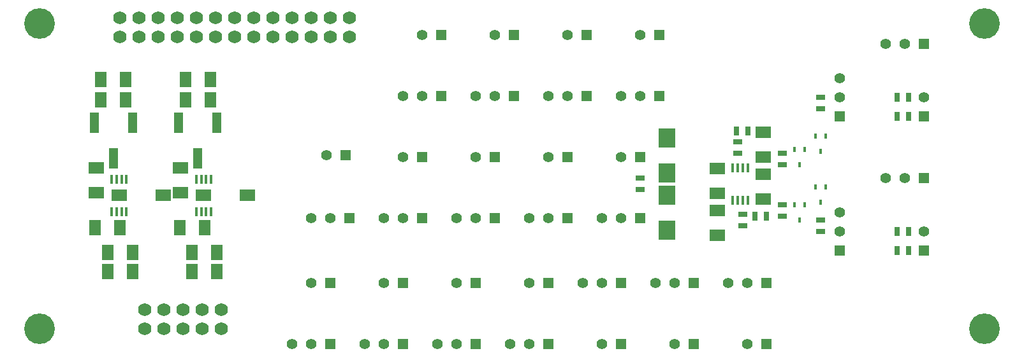
<source format=gbs>
G04 (created by PCBNEW (2013-may-18)-stable) date 2014年05月12日 星期一 23时21分15秒*
%MOIN*%
G04 Gerber Fmt 3.4, Leading zero omitted, Abs format*
%FSLAX34Y34*%
G01*
G70*
G90*
G04 APERTURE LIST*
%ADD10C,0.00590551*%
%ADD11C,0.0693*%
%ADD12R,0.08X0.06*%
%ADD13R,0.06X0.08*%
%ADD14R,0.025X0.045*%
%ADD15R,0.045X0.025*%
%ADD16R,0.055X0.055*%
%ADD17C,0.055*%
%ADD18R,0.018X0.028*%
%ADD19R,0.015X0.05*%
%ADD20R,0.0787402X0.0629921*%
%ADD21R,0.0866142X0.0984252*%
%ADD22R,0.05X0.11*%
%ADD23C,0.16*%
G04 APERTURE END LIST*
G54D10*
G54D11*
X38850Y-50225D03*
X38850Y-49225D03*
X39850Y-50225D03*
X39850Y-49225D03*
X40850Y-50225D03*
X40850Y-49225D03*
X41850Y-50225D03*
X41850Y-49225D03*
X42850Y-50225D03*
X42850Y-49225D03*
X49550Y-33925D03*
X49550Y-34925D03*
X46550Y-33925D03*
X46550Y-34925D03*
X45550Y-33925D03*
X45550Y-34925D03*
X37550Y-34925D03*
X37550Y-33925D03*
X38550Y-34925D03*
X38550Y-33925D03*
X39550Y-34925D03*
X39550Y-33925D03*
X40550Y-34925D03*
X40550Y-33925D03*
X41550Y-34925D03*
X41550Y-33925D03*
X42550Y-34925D03*
X42550Y-33925D03*
X43550Y-34925D03*
X43550Y-33925D03*
X44550Y-34925D03*
X44550Y-33925D03*
X47550Y-34925D03*
X47550Y-33925D03*
X48550Y-34925D03*
X48550Y-33925D03*
G54D12*
X68775Y-43125D03*
X68775Y-41825D03*
X71175Y-42125D03*
X71175Y-43425D03*
X68775Y-45325D03*
X68775Y-44025D03*
X71175Y-41225D03*
X71175Y-39925D03*
G54D13*
X40974Y-38225D03*
X42274Y-38225D03*
G54D12*
X36300Y-43075D03*
X36300Y-41775D03*
G54D13*
X37550Y-44925D03*
X36250Y-44925D03*
G54D12*
X40724Y-43075D03*
X40724Y-41775D03*
G54D13*
X41974Y-44925D03*
X40674Y-44925D03*
X36900Y-46225D03*
X38200Y-46225D03*
X37850Y-37150D03*
X36550Y-37150D03*
X42600Y-47225D03*
X41300Y-47225D03*
X40974Y-37150D03*
X42274Y-37150D03*
X37850Y-38225D03*
X36550Y-38225D03*
X36900Y-47225D03*
X38200Y-47225D03*
X42600Y-46225D03*
X41300Y-46225D03*
G54D14*
X71350Y-44300D03*
X70750Y-44300D03*
G54D15*
X70100Y-44825D03*
X70100Y-44225D03*
G54D14*
X69775Y-39850D03*
X70375Y-39850D03*
G54D15*
X72175Y-41025D03*
X72175Y-41625D03*
X72175Y-43725D03*
X72175Y-44325D03*
X69850Y-40425D03*
X69850Y-41025D03*
G54D14*
X78775Y-46125D03*
X78175Y-46125D03*
X78775Y-45125D03*
X78175Y-45125D03*
X78775Y-39075D03*
X78175Y-39075D03*
X78775Y-38075D03*
X78175Y-38075D03*
G54D15*
X74175Y-38075D03*
X74175Y-38675D03*
X74175Y-45125D03*
X74175Y-44525D03*
X64750Y-42925D03*
X64750Y-42325D03*
G54D16*
X59950Y-51025D03*
G54D17*
X58950Y-51025D03*
X57950Y-51025D03*
G54D16*
X57150Y-44425D03*
G54D17*
X56150Y-44425D03*
X55150Y-44425D03*
G54D16*
X63750Y-47825D03*
G54D17*
X62750Y-47825D03*
X61750Y-47825D03*
G54D16*
X56150Y-51025D03*
G54D17*
X55150Y-51025D03*
X54150Y-51025D03*
G54D16*
X67550Y-47825D03*
G54D17*
X66550Y-47825D03*
X65550Y-47825D03*
G54D16*
X71350Y-47825D03*
G54D17*
X70350Y-47825D03*
X69350Y-47825D03*
G54D16*
X52350Y-51025D03*
G54D17*
X51350Y-51025D03*
X50350Y-51025D03*
G54D16*
X54350Y-38025D03*
G54D17*
X53350Y-38025D03*
X52350Y-38025D03*
G54D16*
X49550Y-44425D03*
G54D17*
X48550Y-44425D03*
X47550Y-44425D03*
G54D16*
X60950Y-44425D03*
G54D17*
X59950Y-44425D03*
X58950Y-44425D03*
G54D16*
X53350Y-44425D03*
G54D17*
X52350Y-44425D03*
X51350Y-44425D03*
G54D16*
X58150Y-38025D03*
G54D17*
X57150Y-38025D03*
X56150Y-38025D03*
G54D16*
X61950Y-38025D03*
G54D17*
X60950Y-38025D03*
X59950Y-38025D03*
G54D16*
X79575Y-42325D03*
G54D17*
X78575Y-42325D03*
X77575Y-42325D03*
G54D16*
X65750Y-38025D03*
G54D17*
X64750Y-38025D03*
X63750Y-38025D03*
G54D16*
X75175Y-46125D03*
G54D17*
X75175Y-45125D03*
X75175Y-44125D03*
G54D16*
X79575Y-35275D03*
G54D17*
X78575Y-35275D03*
X77575Y-35275D03*
G54D16*
X64750Y-44425D03*
G54D17*
X63750Y-44425D03*
X62750Y-44425D03*
G54D16*
X75175Y-39075D03*
G54D17*
X75175Y-38075D03*
X75175Y-37075D03*
G54D16*
X48550Y-51025D03*
G54D17*
X47550Y-51025D03*
X46550Y-51025D03*
G54D16*
X64750Y-41225D03*
G54D17*
X63750Y-41225D03*
G54D16*
X49350Y-41125D03*
G54D17*
X48350Y-41125D03*
G54D16*
X65750Y-34825D03*
G54D17*
X64750Y-34825D03*
G54D16*
X60950Y-41225D03*
G54D17*
X59950Y-41225D03*
G54D16*
X53350Y-41225D03*
G54D17*
X52350Y-41225D03*
G54D16*
X61950Y-34825D03*
G54D17*
X60950Y-34825D03*
G54D16*
X57150Y-41225D03*
G54D17*
X56150Y-41225D03*
G54D16*
X48550Y-47825D03*
G54D17*
X47550Y-47825D03*
G54D16*
X71350Y-51025D03*
G54D17*
X70350Y-51025D03*
G54D16*
X54350Y-34825D03*
G54D17*
X53350Y-34825D03*
G54D16*
X79575Y-46125D03*
G54D17*
X79575Y-45125D03*
G54D16*
X58150Y-34825D03*
G54D17*
X57150Y-34825D03*
G54D16*
X67550Y-51025D03*
G54D17*
X66550Y-51025D03*
G54D16*
X52350Y-47825D03*
G54D17*
X51350Y-47825D03*
G54D16*
X56150Y-47825D03*
G54D17*
X55150Y-47825D03*
G54D16*
X79575Y-39075D03*
G54D17*
X79575Y-38075D03*
G54D16*
X59950Y-47825D03*
G54D17*
X58950Y-47825D03*
G54D16*
X63750Y-51025D03*
G54D17*
X62750Y-51025D03*
G54D18*
X72815Y-43725D03*
X73335Y-43725D03*
X73075Y-44525D03*
X73915Y-40125D03*
X74435Y-40125D03*
X74175Y-40925D03*
X72815Y-40825D03*
X73335Y-40825D03*
X73075Y-41625D03*
X73915Y-42775D03*
X74435Y-42775D03*
X74175Y-43575D03*
G54D19*
X70359Y-43475D03*
X70103Y-43475D03*
X69847Y-43475D03*
X69591Y-43475D03*
X69591Y-41775D03*
X69847Y-41775D03*
X70103Y-41775D03*
X70359Y-41775D03*
G54D20*
X44200Y-43225D03*
X39800Y-43225D03*
G54D19*
X37116Y-42375D03*
X37372Y-42375D03*
X37628Y-42375D03*
X37884Y-42375D03*
X37884Y-44075D03*
X37628Y-44075D03*
X37372Y-44075D03*
X37116Y-44075D03*
G54D20*
X37500Y-43225D03*
G54D19*
X41540Y-42375D03*
X41796Y-42375D03*
X42052Y-42375D03*
X42308Y-42375D03*
X42308Y-44075D03*
X42052Y-44075D03*
X41796Y-44075D03*
X41540Y-44075D03*
G54D20*
X41924Y-43225D03*
G54D21*
X66150Y-40199D03*
X66150Y-42050D03*
X66150Y-45050D03*
X66150Y-43199D03*
G54D22*
X41624Y-41275D03*
X40624Y-39425D03*
X42624Y-39425D03*
X37200Y-41275D03*
X36200Y-39425D03*
X38200Y-39425D03*
G54D23*
X33350Y-50225D03*
X33350Y-34225D03*
X82750Y-34225D03*
X82750Y-50225D03*
M02*

</source>
